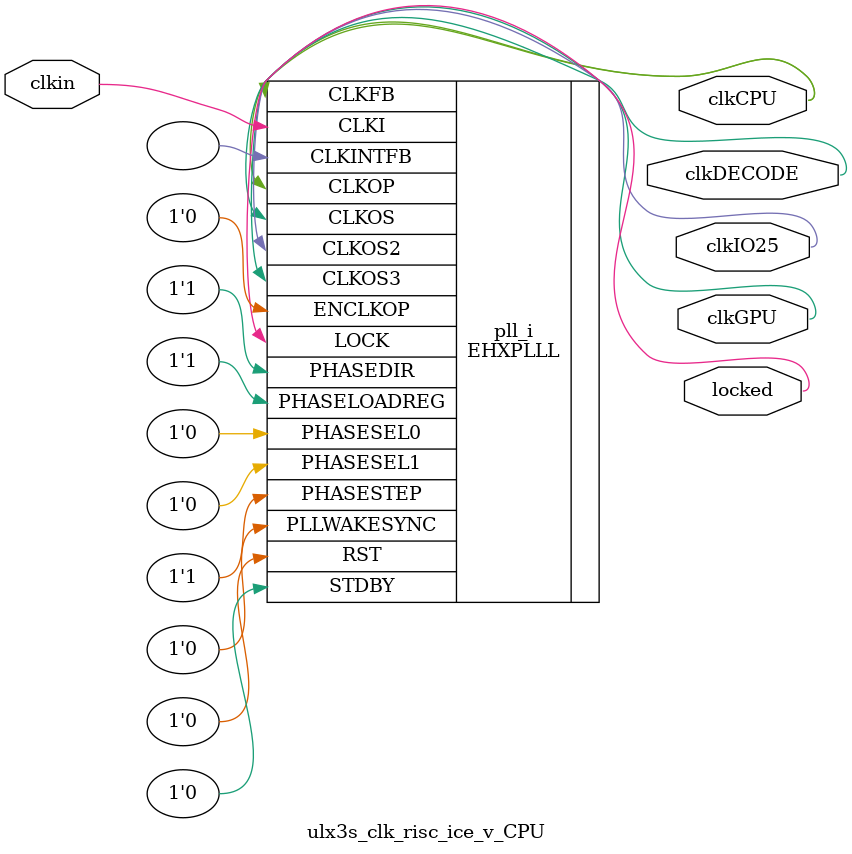
<source format=v>
module ulx3s_clk_risc_ice_v_CPU
(
    input clkin,                // 25 MHz, 0 deg
    output  clkCPU,             // 50 MHz, 0 deg        // SYSTEM CLOCK cpu
    output  clkDECODE,          // 100 MHz, 0 deg       // CPU decoder and compressed instruction expander
    output  clkIO25,            // 25 MHz, 0 deg        // VIDO CLOCK (if used)
    output  clkGPU,             // 50 MHz, 0 deg        // GPU CLOCK (if used)
    output  locked
);
(* FREQUENCY_PIN_CLKI="25" *)
(* FREQUENCY_PIN_CLKOP="50" *)
(* FREQUENCY_PIN_CLKOS="25" *)
(* FREQUENCY_PIN_CLKOS2="50" *)
(* FREQUENCY_PIN_CLKOS3="50" *)
(* ICP_CURRENT="12" *) (* LPF_RESISTOR="8" *) (* MFG_ENABLE_FILTEROPAMP="1" *) (* MFG_GMCREF_SEL="2" *)
EHXPLLL #(
        .PLLRST_ENA("DISABLED"),
        .INTFB_WAKE("DISABLED"),
        .STDBY_ENABLE("DISABLED"),
        .DPHASE_SOURCE("DISABLED"),
        .OUTDIVIDER_MUXA("DIVA"),
        .OUTDIVIDER_MUXB("DIVB"),
        .OUTDIVIDER_MUXC("DIVC"),
        .OUTDIVIDER_MUXD("DIVD"),
        .CLKI_DIV(1),
        .CLKOP_ENABLE("ENABLED"),
        .CLKOP_DIV(12),
        .CLKOP_CPHASE(5),
        .CLKOP_FPHASE(0),
        .CLKOS_ENABLE("ENABLED"),
        .CLKOS_DIV(6),
        .CLKOS_CPHASE(5),
        .CLKOS_FPHASE(0),
        .CLKOS2_ENABLE("ENABLED"),
        .CLKOS2_DIV(24),
        .CLKOS2_CPHASE(5),
        .CLKOS2_FPHASE(0),
        .CLKOS3_ENABLE("ENABLED"),
        .CLKOS3_DIV(12),
        .CLKOS3_CPHASE(5),
        .CLKOS3_FPHASE(0),
         .FEEDBK_PATH("CLKOP"),
        .CLKFB_DIV(2)
    ) pll_i (
        .RST(1'b0),
        .STDBY(1'b0),
        .CLKI(clkin),
        .CLKOP(clkCPU),
        .CLKOS(clkDECODE),
        .CLKOS2(clkIO25),
        .CLKOS3(clkGPU),
        .CLKFB(clkCPU),
        .CLKINTFB(),
        .PHASESEL0(1'b0),
        .PHASESEL1(1'b0),
        .PHASEDIR(1'b1),
        .PHASESTEP(1'b1),
        .PHASELOADREG(1'b1),
        .PLLWAKESYNC(1'b0),
        .ENCLKOP(1'b0),
        .LOCK(locked)
	);
endmodule

</source>
